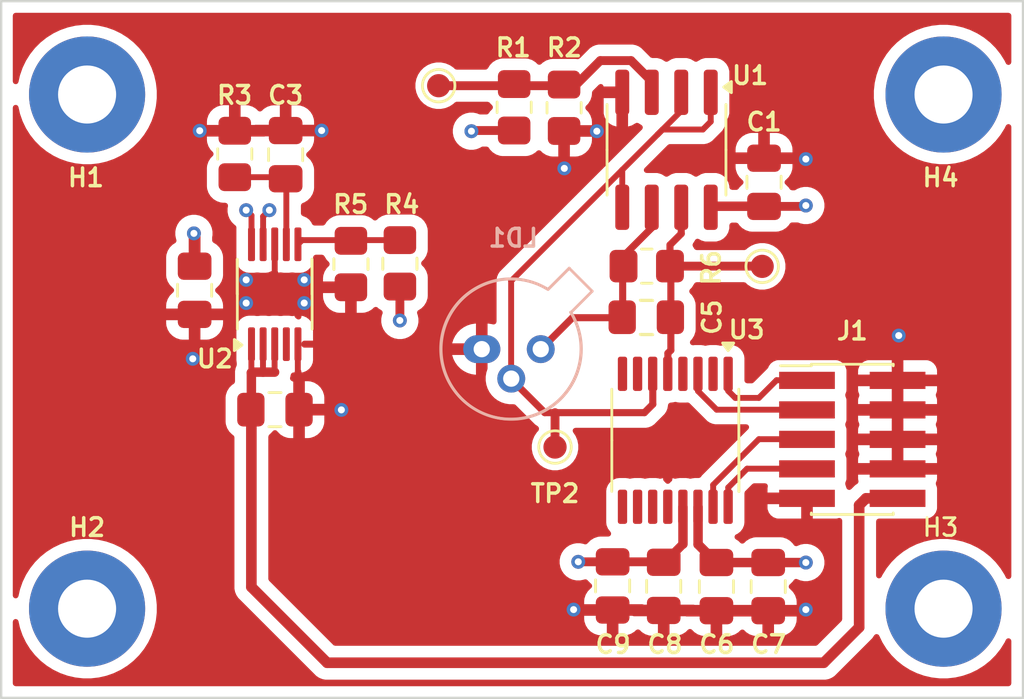
<source format=kicad_pcb>
(kicad_pcb (version 20241229) (generator "pcbnew") (generator_version "9.0")
  (layers (0 "F.Cu" signal) (4 "In1.Cu" signal) (6 "In2.Cu" signal) (2 "B.Cu" signal) (13 "F.Paste" user) (15 "B.Paste" user) (5 "F.SilkS" user "F.Silkscreen") (7 "B.SilkS" user "B.Silkscreen") (1 "F.Mask" user) (3 "B.Mask" user) (25 "Edge.Cuts" user))
  (net 0 "")
  (net 1 "3.3V")
  (net 2 "GND")
  (net 3 "VIN")
  (net 4 "Net-(U1B--)")
  (net 5 "MOSI")
  (net 6 "SCKL")
  (net 7 "MISO")
  (net 8 "CS")
  (net 9 "1.65V")
  (net 10 "Net-(U1A-+)")
  (net 11 "Net-(U2-SET)")
  (net 12 "Net-(U3-AIN1+)")
  (net 13 "Net-(U2-PGFB)")
  (footprint "MountingHole:MountingHole_2.5mm_Pad" (layer "F.Cu") (at 60.53 24.02)
    (property "Reference" "H4" (at -0.13 3.58 0) (layer "F.SilkS") (effects (font (size 0.762 0.762))))
    (property "Value" "MountingHole")
    (pad "1" thru_hole circle (at 0 0) (size 5 5) (drill 2.5) (layers "*.Cu" "*.Mask"))
  )
  (footprint "Resistor_SMD:R_0805_2012Metric_Pad1.20x1.40mm_HandSolder" (layer "F.Cu") (at 37.12 31.29 -90)
    (property "Reference" "R4" (at -2.54 -0.08 180) (layer "F.SilkS") (effects (font (size 0.762 0.762))))
    (property "Value" "453K")
    (fp_line (start -0.227064 0.735) (end 0.227064 0.735) (stroke (width 0.12)) (layer "F.SilkS"))
    (fp_line (start -0.227064 -0.735) (end 0.227064 -0.735) (stroke (width 0.12)) (layer "F.SilkS"))
    (pad "1" smd roundrect (at -1 0 270) (size 1.2 1.4) (layers "F.Cu" "F.Mask" "F.Paste") (roundrect_rratio 0.208333) (net 13 "Net-(U2-PGFB)"))
    (pad "2" smd roundrect (at 1 0 270) (size 1.2 1.4) (layers "F.Cu" "F.Mask" "F.Paste") (roundrect_rratio 0.208333) (net 1 "3.3V"))
  )
  (footprint "MountingHole:MountingHole_2.5mm_Pad" (layer "F.Cu") (at 23.65 24.02)
    (property "Reference" "H1" (at -0.05 3.58 0) (layer "F.SilkS") (effects (font (size 0.762 0.762))))
    (property "Value" "MountingHole")
    (pad "1" thru_hole circle (at 0 0) (size 5 5) (drill 2.5) (layers "*.Cu" "*.Mask"))
  )
  (footprint "Resistor_SMD:R_0805_2012Metric_Pad1.20x1.40mm_HandSolder" (layer "F.Cu") (at 35.01 31.32 90)
    (property "Reference" "R5" (at 2.57 -0.01 180) (layer "F.SilkS") (effects (font (size 0.762 0.762))))
    (property "Value" "49.9K")
    (fp_line (start -0.227064 -0.735) (end 0.227064 -0.735) (stroke (width 0.12)) (layer "F.SilkS"))
    (fp_line (start -0.227064 0.735) (end 0.227064 0.735) (stroke (width 0.12)) (layer "F.SilkS"))
    (pad "1" smd roundrect (at -1 0 90) (size 1.2 1.4) (layers "F.Cu" "F.Mask" "F.Paste") (roundrect_rratio 0.208333) (net 2 "GND"))
    (pad "2" smd roundrect (at 1 0 90) (size 1.2 1.4) (layers "F.Cu" "F.Mask" "F.Paste") (roundrect_rratio 0.208333) (net 13 "Net-(U2-PGFB)"))
  )
  (footprint "MountingHole:MountingHole_2.5mm_Pad" (layer "F.Cu") (at 23.65 46.16)
    (property "Reference" "H2" (at 0 -3.5 0) (layer "F.SilkS") (effects (font (size 0.762 0.762))))
    (property "Value" "MountingHole")
    (pad "1" thru_hole circle (at 0 0) (size 5 5) (drill 2.5) (layers "*.Cu" "*.Mask"))
  )
  (footprint "Capacitor_SMD:C_0805_2012Metric_Pad1.18x1.45mm_HandSolder" (layer "F.Cu") (at 52.8 27.8 90)
    (property "Reference" "C1" (at 2.6 0 0) (layer "F.SilkS") (effects (font (size 0.762 0.762))))
    (property "Value" "0.1uF")
    (fp_line (start -0.261252 -0.735) (end 0.261252 -0.735) (stroke (width 0.12)) (layer "F.SilkS"))
    (fp_line (start -0.261252 0.735) (end 0.261252 0.735) (stroke (width 0.12)) (layer "F.SilkS"))
    (pad "1" smd roundrect (at -1.0375 0 90) (size 1.175 1.45) (layers "F.Cu" "F.Mask" "F.Paste") (roundrect_rratio 0.212766) (net 1 "3.3V"))
    (pad "2" smd roundrect (at 1.0375 0 90) (size 1.175 1.45) (layers "F.Cu" "F.Mask" "F.Paste") (roundrect_rratio 0.212766) (net 2 "GND"))
  )
  (footprint "Package_SO:SOIC-8_3.9x4.9mm_P1.27mm" (layer "F.Cu") (at 48.6 26.4 -90)
    (property "Reference" "U1" (at -3.2 -3.6 0) (layer "F.SilkS") (effects (font (size 0.762 0.762))))
    (property "Value" "AD8656")
    (fp_line (start 0 2.56) (end -1.95 2.56) (stroke (width 0.12)) (layer "F.SilkS"))
    (fp_line (start 0 2.56) (end 1.95 2.56) (stroke (width 0.12)) (layer "F.SilkS"))
    (fp_line (start 0 -2.56) (end -1.95 -2.56) (stroke (width 0.12)) (layer "F.SilkS"))
    (fp_line (start 0 -2.56) (end 1.95 -2.56) (stroke (width 0.12)) (layer "F.SilkS"))
    (fp_poly (pts (xy -2.7 -2.465) (xy -2.94 -2.795) (xy -2.46 -2.795) (xy -2.7 -2.465)) (stroke (width 0.12)) (fill yes) (layer "F.SilkS"))
    (pad "1" smd roundrect (at -2.475 -1.905 270) (size 1.95 0.6) (layers "F.Cu" "F.Mask" "F.Paste") (net 9 "1.65V"))
    (pad "2" smd roundrect (at -2.475 -0.635 270) (size 1.95 0.6) (layers "F.Cu" "F.Mask" "F.Paste") (net 9 "1.65V"))
    (pad "3" smd roundrect (at -2.475 0.635 270) (size 1.95 0.6) (layers "F.Cu" "F.Mask" "F.Paste") (net 10 "Net-(U1A-+)"))
    (pad "4" smd roundrect (at -2.475 1.905 270) (size 1.95 0.6) (layers "F.Cu" "F.Mask" "F.Paste") (net 2 "GND"))
    (pad "5" smd roundrect (at 2.475 1.905 270) (size 1.95 0.6) (layers "F.Cu" "F.Mask" "F.Paste") (net 9 "1.65V"))
    (pad "6" smd roundrect (at 2.475 0.635 270) (size 1.95 0.6) (layers "F.Cu" "F.Mask" "F.Paste") (net 4 "Net-(U1B--)"))
    (pad "7" smd roundrect (at 2.475 -0.635 270) (size 1.95 0.6) (layers "F.Cu" "F.Mask" "F.Paste") (net 12 "Net-(U3-AIN1+)"))
    (pad "8" smd roundrect (at 2.475 -1.905 270) (size 1.95 0.6) (layers "F.Cu" "F.Mask" "F.Paste") (net 1 "3.3V"))
  )
  (footprint "Resistor_SMD:R_0805_2012Metric_Pad1.20x1.40mm_HandSolder" (layer "F.Cu") (at 30.01 26.58 -90)
    (property "Reference" "R3" (at -2.53 0.01 0) (layer "F.SilkS") (effects (font (size 0.762 0.762))))
    (property "Value" "33.2K")
    (fp_line (start -0.227064 0.735) (end 0.227064 0.735) (stroke (width 0.12)) (layer "F.SilkS"))
    (fp_line (start -0.227064 -0.735) (end 0.227064 -0.735) (stroke (width 0.12)) (layer "F.SilkS"))
    (pad "1" smd roundrect (at -1 0 270) (size 1.2 1.4) (layers "F.Cu" "F.Mask" "F.Paste") (roundrect_rratio 0.208333) (net 2 "GND"))
    (pad "2" smd roundrect (at 1 0 270) (size 1.2 1.4) (layers "F.Cu" "F.Mask" "F.Paste") (roundrect_rratio 0.208333) (net 11 "Net-(U2-SET)"))
  )
  (footprint "Package_SO:TSSOP-16_4.4x5mm_P0.65mm" (layer "F.Cu") (at 48.98 38.91 -90)
    (property "Reference" "U3" (at -4.76 -3.07 0) (layer "F.SilkS") (effects (font (size 0.762 0.762))))
    (property "Value" "AD7793")
    (fp_line (start 0 2.735) (end -2.2 2.735) (stroke (width 0.12)) (layer "F.SilkS"))
    (fp_line (start 0 2.735) (end 2.2 2.735) (stroke (width 0.12)) (layer "F.SilkS"))
    (fp_line (start 0 -2.735) (end -2.2 -2.735) (stroke (width 0.12)) (layer "F.SilkS"))
    (fp_line (start 0 -2.735) (end 2.2 -2.735) (stroke (width 0.12)) (layer "F.SilkS"))
    (fp_poly (pts (xy -3.86 -2.275) (xy -4.19 -2.515) (xy -4.19 -2.035) (xy -3.86 -2.275)) (stroke (width 0.12)) (fill yes) (layer "F.SilkS"))
    (pad "1" smd roundrect (at -2.8625 -2.275 270) (size 1.475 0.4) (layers "F.Cu" "F.Mask" "F.Paste") (net 6 "SCKL"))
    (pad "2" smd roundrect (at -2.8625 -1.625 270) (size 1.475 0.4) (layers "F.Cu" "F.Mask" "F.Paste"))
    (pad "3" smd roundrect (at -2.8625 -0.975 270) (size 1.475 0.4) (layers "F.Cu" "F.Mask" "F.Paste") (net 8 "CS"))
    (pad "4" smd roundrect (at -2.8625 -0.325 270) (size 1.475 0.4) (layers "F.Cu" "F.Mask" "F.Paste"))
    (pad "5" smd roundrect (at -2.8625 0.325 270) (size 1.475 0.4) (layers "F.Cu" "F.Mask" "F.Paste") (net 12 "Net-(U3-AIN1+)"))
    (pad "6" smd roundrect (at -2.8625 0.975 270) (size 1.475 0.4) (layers "F.Cu" "F.Mask" "F.Paste") (net 9 "1.65V"))
    (pad "7" smd roundrect (at -2.8625 1.625 270) (size 1.475 0.4) (layers "F.Cu" "F.Mask" "F.Paste"))
    (pad "8" smd roundrect (at -2.8625 2.275 270) (size 1.475 0.4) (layers "F.Cu" "F.Mask" "F.Paste"))
    (pad "9" smd roundrect (at 2.8625 2.275 270) (size 1.475 0.4) (layers "F.Cu" "F.Mask" "F.Paste"))
    (pad "10" smd roundrect (at 2.8625 1.625 270) (size 1.475 0.4) (layers "F.Cu" "F.Mask" "F.Paste"))
    (pad "11" smd roundrect (at 2.8625 0.975 270) (size 1.475 0.4) (layers "F.Cu" "F.Mask" "F.Paste"))
    (pad "12" smd roundrect (at 2.8625 0.325 270) (size 1.475 0.4) (layers "F.Cu" "F.Mask" "F.Paste") (net 2 "GND"))
    (pad "13" smd roundrect (at 2.8625 -0.325 270) (size 1.475 0.4) (layers "F.Cu" "F.Mask" "F.Paste") (net 1 "3.3V"))
    (pad "14" smd roundrect (at 2.8625 -0.975 270) (size 1.475 0.4) (layers "F.Cu" "F.Mask" "F.Paste") (net 1 "3.3V"))
    (pad "15" smd roundrect (at 2.8625 -1.625 270) (size 1.475 0.4) (layers "F.Cu" "F.Mask" "F.Paste") (net 7 "MISO"))
    (pad "16" smd roundrect (at 2.8625 -2.275 270) (size 1.475 0.4) (layers "F.Cu" "F.Mask" "F.Paste") (net 5 "MOSI"))
  )
  (footprint "TestPoint:TestPoint_Pad_D1.0mm" (layer "F.Cu") (at 38.78981 23.64037)
    (property "Reference" "TP1" (hide yes))
    (property "Value" "TestPoint")
    (fp_circle (center 0 0) (end 0 0.7) (stroke (width 0.12)) (fill no) (layer "F.SilkS"))
    (pad "1" smd circle (at 0 0) (size 1 1) (layers "F.Cu" "F.Mask") (net 10 "Net-(U1A-+)"))
  )
  (footprint "Capacitor_SMD:C_0805_2012Metric_Pad1.18x1.45mm_HandSolder" (layer "F.Cu") (at 31.74 37.59)
    (property "Reference" "C2" (hide yes))
    (property "Value" "4.7uF")
    (fp_line (start -0.261252 -0.735) (end 0.261252 -0.735) (stroke (width 0.12)) (layer "F.SilkS"))
    (fp_line (start -0.261252 0.735) (end 0.261252 0.735) (stroke (width 0.12)) (layer "F.SilkS"))
    (pad "1" smd roundrect (at -1.0375 0) (size 1.175 1.45) (layers "F.Cu" "F.Mask" "F.Paste") (roundrect_rratio 0.212766) (net 3 "VIN"))
    (pad "2" smd roundrect (at 1.0375 0) (size 1.175 1.45) (layers "F.Cu" "F.Mask" "F.Paste") (roundrect_rratio 0.212766) (net 2 "GND"))
  )
  (footprint "Resistor_SMD:R_0805_2012Metric_Pad1.20x1.40mm_HandSolder" (layer "F.Cu") (at 42.04 24.57 90)
    (property "Reference" "R1" (at 2.57 -0.04 0) (layer "F.SilkS") (effects (font (size 0.762 0.762))))
    (property "Value" "100K")
    (fp_line (start -0.227064 -0.735) (end 0.227064 -0.735) (stroke (width 0.12)) (layer "F.SilkS"))
    (fp_line (start -0.227064 0.735) (end 0.227064 0.735) (stroke (width 0.12)) (layer "F.SilkS"))
    (pad "1" smd roundrect (at -1 0 90) (size 1.2 1.4) (layers "F.Cu" "F.Mask" "F.Paste") (roundrect_rratio 0.208333) (net 1 "3.3V"))
    (pad "2" smd roundrect (at 1 0 90) (size 1.2 1.4) (layers "F.Cu" "F.Mask" "F.Paste") (roundrect_rratio 0.208333) (net 10 "Net-(U1A-+)"))
  )
  (footprint "Capacitor_SMD:C_0805_2012Metric_Pad1.18x1.45mm_HandSolder" (layer "F.Cu") (at 47.73 33.61)
    (property "Reference" "C5" (at 2.83 0 90) (layer "F.SilkS") (effects (font (size 0.762 0.762))))
    (property "Value" "0.1pF")
    (fp_line (start -0.261252 -0.735) (end 0.261252 -0.735) (stroke (width 0.12)) (layer "F.SilkS"))
    (fp_line (start -0.261252 0.735) (end 0.261252 0.735) (stroke (width 0.12)) (layer "F.SilkS"))
    (pad "1" smd roundrect (at -1.0375 0) (size 1.175 1.45) (layers "F.Cu" "F.Mask" "F.Paste") (roundrect_rratio 0.212766) (net 4 "Net-(U1B--)"))
    (pad "2" smd roundrect (at 1.0375 0) (size 1.175 1.45) (layers "F.Cu" "F.Mask" "F.Paste") (roundrect_rratio 0.212766) (net 12 "Net-(U3-AIN1+)"))
  )
  (footprint "Capacitor_SMD:C_0805_2012Metric_Pad1.18x1.45mm_HandSolder" (layer "F.Cu") (at 28.28 32.45 -90)
    (property "Reference" "C4" (hide yes))
    (property "Value" "4.7uF")
    (fp_line (start -0.261252 0.735) (end 0.261252 0.735) (stroke (width 0.12)) (layer "F.SilkS"))
    (fp_line (start -0.261252 -0.735) (end 0.261252 -0.735) (stroke (width 0.12)) (layer "F.SilkS"))
    (pad "1" smd roundrect (at -1.0375 0 270) (size 1.175 1.45) (layers "F.Cu" "F.Mask" "F.Paste") (roundrect_rratio 0.212766) (net 1 "3.3V"))
    (pad "2" smd roundrect (at 1.0375 0 270) (size 1.175 1.45) (layers "F.Cu" "F.Mask" "F.Paste") (roundrect_rratio 0.212766) (net 2 "GND"))
  )
  (footprint "Package_SO:MSOP-10-1EP_3x3mm_P0.5mm_EP1.68x1.88mm" (layer "F.Cu") (at 31.73 32.62 90)
    (property "Reference" "U2" (at -2.78 -2.58 180) (layer "F.SilkS") (effects (font (size 0.762 0.762))))
    (property "Value" "LT3042xMSE")
    (fp_line (start 0 -1.61) (end 1.5 -1.61) (stroke (width 0.12)) (layer "F.SilkS"))
    (fp_line (start 0 -1.61) (end -1.5 -1.61) (stroke (width 0.12)) (layer "F.SilkS"))
    (fp_line (start 0 1.61) (end 1.5 1.61) (stroke (width 0.12)) (layer "F.SilkS"))
    (fp_line (start 0 1.61) (end -1.5 1.61) (stroke (width 0.12)) (layer "F.SilkS"))
    (fp_poly (pts (xy -2.1875 -1.41) (xy -2.4275 -1.74) (xy -1.9475 -1.74) (xy -2.1875 -1.41)) (stroke (width 0.12)) (fill yes) (layer "F.SilkS"))
    (pad "1" smd roundrect (at -2.15 -1 90) (size 1.45 0.3) (layers "F.Cu" "F.Mask" "F.Paste") (net 3 "VIN"))
    (pad "2" smd roundrect (at -2.15 -0.5 90) (size 1.45 0.3) (layers "F.Cu" "F.Mask" "F.Paste") (net 3 "VIN"))
    (pad "3" smd roundrect (at -2.15 0 90) (size 1.45 0.3) (layers "F.Cu" "F.Mask" "F.Paste") (net 3 "VIN"))
    (pad "4" smd roundrect (at -2.15 0.5 90) (size 1.45 0.3) (layers "F.Cu" "F.Mask" "F.Paste"))
    (pad "5" smd roundrect (at -2.15 1 90) (size 1.45 0.3) (layers "F.Cu" "F.Mask" "F.Paste") (net 2 "GND"))
    (pad "6" smd roundrect (at 2.15 1 90) (size 1.45 0.3) (layers "F.Cu" "F.Mask" "F.Paste") (net 13 "Net-(U2-PGFB)"))
    (pad "7" smd roundrect (at 2.15 0.5 90) (size 1.45 0.3) (layers "F.Cu" "F.Mask" "F.Paste") (net 11 "Net-(U2-SET)"))
    (pad "8" smd roundrect (at 2.15 0 90) (size 1.45 0.3) (layers "F.Cu" "F.Mask" "F.Paste") (net 2 "GND"))
    (pad "9" smd roundrect (at 2.15 -0.5 90) (size 1.45 0.3) (layers "F.Cu" "F.Mask" "F.Paste") (net 1 "3.3V"))
    (pad "10" smd roundrect (at 2.15 -1 90) (size 1.45 0.3) (layers "F.Cu" "F.Mask" "F.Paste") (net 1 "3.3V"))
    (pad "11" smd rect (at 0 0 90) (size 1.68 1.88) (property pad_prop_heatsink) (layers "F.Cu" "F.Mask") (net 2 "GND"))
  )
  (footprint "Resistor_SMD:R_0805_2012Metric_Pad1.20x1.40mm_HandSolder" (layer "F.Cu") (at 47.75 31.41)
    (property "Reference" "R6" (at 2.78 0.07 90) (layer "F.SilkS") (effects (font (size 0.762 0.762))))
    (property "Value" "100M")
    (fp_line (start -0.227064 -0.735) (end 0.227064 -0.735) (stroke (width 0.12)) (layer "F.SilkS"))
    (fp_line (start -0.227064 0.735) (end 0.227064 0.735) (stroke (width 0.12)) (layer "F.SilkS"))
    (pad "1" smd roundrect (at -1 0) (size 1.2 1.4) (layers "F.Cu" "F.Mask" "F.Paste") (roundrect_rratio 0.208333) (net 4 "Net-(U1B--)"))
    (pad "2" smd roundrect (at 1 0) (size 1.2 1.4) (layers "F.Cu" "F.Mask" "F.Paste") (roundrect_rratio 0.208333) (net 12 "Net-(U3-AIN1+)"))
  )
  (footprint "Capacitor_SMD:C_0805_2012Metric_Pad1.18x1.45mm_HandSolder" (layer "F.Cu") (at 48.48 45.2 -90)
    (property "Reference" "C8" (at 2.5 -0.053333 0) (layer "F.SilkS") (effects (font (size 0.762 0.762))))
    (property "Value" "10uF")
    (fp_line (start -0.261252 0.735) (end 0.261252 0.735) (stroke (width 0.12)) (layer "F.SilkS"))
    (fp_line (start -0.261252 -0.735) (end 0.261252 -0.735) (stroke (width 0.12)) (layer "F.SilkS"))
    (pad "1" smd roundrect (at -1.0375 0 270) (size 1.175 1.45) (layers "F.Cu" "F.Mask" "F.Paste") (roundrect_rratio 0.212766) (net 1 "3.3V"))
    (pad "2" smd roundrect (at 1.0375 0 270) (size 1.175 1.45) (layers "F.Cu" "F.Mask" "F.Paste") (roundrect_rratio 0.212766) (net 2 "GND"))
  )
  (footprint "Capacitor_SMD:C_0805_2012Metric_Pad1.18x1.45mm_HandSolder" (layer "F.Cu") (at 46.28 45.18 -90)
    (property "Reference" "C9" (at 2.52 -0.02 0) (layer "F.SilkS") (effects (font (size 0.762 0.762))))
    (property "Value" "0.1uF")
    (fp_line (start -0.261252 0.735) (end 0.261252 0.735) (stroke (width 0.12)) (layer "F.SilkS"))
    (fp_line (start -0.261252 -0.735) (end 0.261252 -0.735) (stroke (width 0.12)) (layer "F.SilkS"))
    (pad "1" smd roundrect (at -1.0375 0 270) (size 1.175 1.45) (layers "F.Cu" "F.Mask" "F.Paste") (roundrect_rratio 0.212766) (net 1 "3.3V"))
    (pad "2" smd roundrect (at 1.0375 0 270) (size 1.175 1.45) (layers "F.Cu" "F.Mask" "F.Paste") (roundrect_rratio 0.212766) (net 2 "GND"))
  )
  (footprint "Capacitor_SMD:C_0805_2012Metric_Pad1.18x1.45mm_HandSolder" (layer "F.Cu") (at 32.2 26.61 90)
    (property "Reference" "C3" (at 2.56 0 0) (layer "F.SilkS") (effects (font (size 0.762 0.762))))
    (property "Value" "0.47uF")
    (fp_line (start -0.261252 -0.735) (end 0.261252 -0.735) (stroke (width 0.12)) (layer "F.SilkS"))
    (fp_line (start -0.261252 0.735) (end 0.261252 0.735) (stroke (width 0.12)) (layer "F.SilkS"))
    (pad "1" smd roundrect (at -1.0375 0 90) (size 1.175 1.45) (layers "F.Cu" "F.Mask" "F.Paste") (roundrect_rratio 0.212766) (net 11 "Net-(U2-SET)"))
    (pad "2" smd roundrect (at 1.0375 0 90) (size 1.175 1.45) (layers "F.Cu" "F.Mask" "F.Paste") (roundrect_rratio 0.212766) (net 2 "GND"))
  )
  (footprint "MountingHole:MountingHole_2.5mm_Pad" (layer "F.Cu") (at 60.53 46.16)
    (property "Reference" "H3" (at -0.13 -3.5 0) (layer "F.SilkS") (effects (font (size 0.762 0.762) (thickness 0.125))))
    (property "Value" "MountingHole")
    (pad "1" thru_hole circle (at 0 0) (size 5 5) (drill 2.5) (layers "*.Cu" "*.Mask"))
  )
  (footprint "TestPoint:TestPoint_Pad_D1.0mm" (layer "F.Cu") (at 43.8 39.2)
    (property "Reference" "TP2" (at 0 2 0) (layer "F.SilkS") (effects (font (size 0.762 0.762))))
    (property "Value" "TestPoint")
    (fp_circle (center 0 0) (end 0 0.7) (stroke (width 0.12)) (fill no) (layer "F.SilkS"))
    (pad "1" smd circle (at 0 0) (size 1 1) (layers "F.Cu" "F.Mask") (net 9 "1.65V"))
  )
  (footprint "Connector_PinHeader_1.27mm:PinHeader_2x05_P1.27mm_Vertical_SMD" (layer "F.Cu") (at 56.6 38.87)
    (property "Reference" "J1" (at 0 -4.67 0) (layer "F.SilkS") (effects (font (size 0.762 0.762))))
    (property "Value" "Conn_02x05_Odd_Even")
    (fp_line (start -3.09 -3.17) (end -1.765 -3.17) (stroke (width 0.12)) (layer "F.SilkS"))
    (fp_line (start -1.765 -3.235) (end -1.765 -3.17) (stroke (width 0.12)) (layer "F.SilkS"))
    (fp_line (start -1.765 -3.235) (end 1.765 -3.235) (stroke (width 0.12)) (layer "F.SilkS"))
    (fp_line (start -1.765 3.17) (end -1.765 3.235) (stroke (width 0.12)) (layer "F.SilkS"))
    (fp_line (start -1.765 3.235) (end 1.765 3.235) (stroke (width 0.12)) (layer "F.SilkS"))
    (fp_line (start 1.765 -3.235) (end 1.765 -3.17) (stroke (width 0.12)) (layer "F.SilkS"))
    (fp_line (start 1.765 3.17) (end 1.765 3.235) (stroke (width 0.12)) (layer "F.SilkS"))
    (pad "1" smd rect (at -1.95 -2.54) (size 2.4 0.74) (layers "F.Cu" "F.Mask" "F.Paste") (net 6 "SCKL"))
    (pad "2" smd rect (at 1.95 -2.54) (size 2.4 0.74) (layers "F.Cu" "F.Mask" "F.Paste") (net 2 "GND"))
    (pad "3" smd rect (at -1.95 -1.27) (size 2.4 0.74) (layers "F.Cu" "F.Mask" "F.Paste") (net 8 "CS"))
    (pad "4" smd rect (at 1.95 -1.27) (size 2.4 0.74) (layers "F.Cu" "F.Mask" "F.Paste") (net 2 "GND"))
    (pad "5" smd rect (at -1.95 0) (size 2.4 0.74) (layers "F.Cu" "F.Mask" "F.Paste") (net 7 "MISO"))
    (pad "6" smd rect (at 1.95 0) (size 2.4 0.74) (layers "F.Cu" "F.Mask" "F.Paste") (net 2 "GND"))
    (pad "7" smd rect (at -1.95 1.27) (size 2.4 0.74) (layers "F.Cu" "F.Mask" "F.Paste") (net 5 "MOSI"))
    (pad "8" smd rect (at 1.95 1.27) (size 2.4 0.74) (layers "F.Cu" "F.Mask" "F.Paste") (net 2 "GND"))
    (pad "9" smd rect (at -1.95 2.54) (size 2.4 0.74) (layers "F.Cu" "F.Mask" "F.Paste") (net 2 "GND"))
    (pad "10" smd rect (at 1.95 2.54) (size 2.4 0.74) (layers "F.Cu" "F.Mask" "F.Paste") (net 3 "VIN"))
  )
  (footprint "TestPoint:TestPoint_Pad_D1.0mm" (layer "F.Cu") (at 52.72 31.42)
    (property "Reference" "TP4" (hide yes))
    (property "Value" "TestPoint")
    (fp_circle (center 0 0) (end 0 0.7) (stroke (width 0.12)) (fill no) (layer "F.SilkS"))
    (pad "1" smd circle (at 0 0) (size 1 1) (layers "F.Cu" "F.Mask") (net 12 "Net-(U3-AIN1+)"))
  )
  (footprint "Capacitor_SMD:C_0805_2012Metric_Pad1.18x1.45mm_HandSolder" (layer "F.Cu") (at 50.75 45.21 -90)
    (property "Reference" "C6" (at 2.49 -0.016667 0) (layer "F.SilkS") (effects (font (size 0.762 0.762))))
    (property "Value" "10uF")
    (fp_line (start -0.261252 0.735) (end 0.261252 0.735) (stroke (width 0.12)) (layer "F.SilkS"))
    (fp_line (start -0.261252 -0.735) (end 0.261252 -0.735) (stroke (width 0.12)) (layer "F.SilkS"))
    (pad "1" smd roundrect (at -1.0375 0 270) (size 1.175 1.45) (layers "F.Cu" "F.Mask" "F.Paste") (roundrect_rratio 0.212766) (net 1 "3.3V"))
    (pad "2" smd roundrect (at 1.0375 0 270) (size 1.175 1.45) (layers "F.Cu" "F.Mask" "F.Paste") (roundrect_rratio 0.212766) (net 2 "GND"))
  )
  (footprint "Capacitor_SMD:C_0805_2012Metric_Pad1.18x1.45mm_HandSolder" (layer "F.Cu") (at 52.98 45.21 -90)
    (property "Reference" "C7" (at 2.49 -0.02 0) (layer "F.SilkS") (effects (font (size 0.762 0.762))))
    (property "Value" "0.1uF")
    (fp_line (start -0.261252 0.735) (end 0.261252 0.735) (stroke (width 0.12)) (layer "F.SilkS"))
    (fp_line (start -0.261252 -0.735) (end 0.261252 -0.735) (stroke (width 0.12)) (layer "F.SilkS"))
    (pad "1" smd roundrect (at -1.0375 0 270) (size 1.175 1.45) (layers "F.Cu" "F.Mask" "F.Paste") (roundrect_rratio 0.212766) (net 1 "3.3V"))
    (pad "2" smd roundrect (at 1.0375 0 270) (size 1.175 1.45) (layers "F.Cu" "F.Mask" "F.Paste") (roundrect_rratio 0.212766) (net 2 "GND"))
  )
  (footprint "Resistor_SMD:R_0805_2012Metric_Pad1.20x1.40mm_HandSolder" (layer "F.Cu") (at 44.19 24.59 -90)
    (property "Reference" "R2" (at -2.59 -0.01 180) (layer "F.SilkS") (effects (font (size 0.762 0.762))))
    (property "Value" "100K")
    (fp_line (start -0.227064 0.735) (end 0.227064 0.735) (stroke (width 0.12)) (layer "F.SilkS"))
    (fp_line (start -0.227064 -0.735) (end 0.227064 -0.735) (stroke (width 0.12)) (layer "F.SilkS"))
    (pad "1" smd roundrect (at -1 0 270) (size 1.2 1.4) (layers "F.Cu" "F.Mask" "F.Paste") (roundrect_rratio 0.208333) (net 10 "Net-(U1A-+)"))
    (pad "2" smd roundrect (at 1 0 270) (size 1.2 1.4) (layers "F.Cu" "F.Mask" "F.Paste") (roundrect_rratio 0.208333) (net 2 "GND"))
  )
  (footprint "Laser-Diode:TO-46-3-Mirror" (layer "B.Cu") (at 43.185276 34.984724 180)
    (property "Reference" "LD1" (at 1.185276 4.784724 0) (layer "B.SilkS") (effects (font (size 0.762 0.762)) (justify mirror)))
    (property "Value" "D_Laser_Photo_MType")
    (fp_line (start -1.224499 3.484448) (end -0.312331 2.572281) (stroke (width 0.12)) (layer "B.SilkS"))
    (fp_line (start -1.302281 1.582331) (end -2.214448 2.494499) (stroke (width 0.12)) (layer "B.SilkS"))
    (fp_line (start -2.214448 2.494499) (end -1.224499 3.484448) (stroke (width 0.12)) (layer "B.SilkS"))
    (fp_arc (start -1.302281 1.582331) (mid 3.405463 -2.135463) (end -0.312331 2.572281) (stroke (width 0.12)) (layer "B.SilkS"))
    (pad "1" thru_hole oval (at 2.54 0 180) (size 1.6 1.2) (drill 0.7) (layers "*.Cu" "*.Mask") (net 2 "GND"))
    (pad "2" thru_hole circle (at 0 0 180) (size 1.2 1.2) (drill 0.7) (layers "*.Cu" "*.Mask") (net 4 "Net-(U1B--)"))
    (pad "3" thru_hole circle (at 1.27 -1.27 180) (size 1.2 1.2) (drill 0.7) (layers "*.Cu" "*.Mask") (net 9 "1.65V"))
  )
  (gr_line (start 47.48875 34.365) (end 48.01125 34.365) (stroke (width 0.12)) (layer "F.SilkS"))
  (gr_line (start 33.33445 32.60974) (end 33.33445 31.10974) (stroke (width 0.12)) (layer "F.SilkS"))
  (gr_line (start 34.27875 31.10267) (end 34.27875 31.5568) (stroke (width 0.12)) (layer "F.SilkS"))
  (gr_line (start 47.48875 32.895) (end 48.01125 32.895) (stroke (width 0.12)) (layer "F.SilkS"))
  (gr_line (start 36.38275 31.5523) (end 36.38275 31.09817) (stroke (width 0.12)) (layer "F.SilkS"))
  (gr_line (start 37.85275 31.5523) (end 37.85275 31.09817) (stroke (width 0.12)) (layer "F.SilkS"))
  (gr_line (start 35.74875 31.10267) (end 35.74875 31.5568) (stroke (width 0.12)) (layer "F.SilkS"))
  (gr_line (start 30.11445 32.60974) (end 30.11445 31.10974) (stroke (width 0.12)) (layer "F.SilkS"))
  (gr_line (start 51.71945 38.91629) (end 51.71945 41.11629) (stroke (width 0.12)) (layer "F.SilkS"))
  (gr_arc (start 44.46915 33.39326) (mid 39.761626 37.111348) (end 43.47933 32.403521) (stroke (width 0.12)) (layer "B.SilkS"))
  (gr_line (start 44.41634 31.49747) (end 43.50417 32.40963) (stroke (width 0.12)) (layer "B.SilkS"))
  (gr_line (start 63.95 50) (end 19.95 50) (stroke (width 0.1)) (layer "Edge.Cuts"))
  (gr_line (start 63.95 20) (end 63.95 50) (stroke (width 0.1)) (layer "Edge.Cuts"))
  (gr_line (start 19.95 20) (end 63.95 20) (stroke (width 0.1)) (layer "Edge.Cuts"))
  (gr_line (start 19.95 50) (end 19.95 20) (stroke (width 0.1)) (layer "Edge.Cuts"))
  (segment (start 52.78 28.83149) (end 50.59851 28.83149) (width 0.4064) (layer "F.Cu") (net 1))
  (segment (start 54.5625 28.8375) (end 54.6 28.8) (width 0.381) (layer "F.Cu") (net 1))
  (segment (start 31.23 30.47) (end 31.23 29.27) (width 0.254) (layer "F.Cu") (net 1))
  (segment (start 37.1348 33.76705) (end 37.11775 33.75) (width 0.381) (layer "F.Cu") (net 1))
  (segment (start 31.23 29.27) (end 31.5 29) (width 0.254) (layer "F.Cu") (net 1))
  (segment (start 40.23 25.57) (end 40.2 25.6) (width 0.381) (layer "F.Cu") (net 1))
  (segment (start 37.12 32.29) (end 37.12 33.74775) (width 0.381) (layer "F.Cu") (net 1))
  (segment (start 37.12 33.74775) (end 37.11775 33.75) (width 0.381) (layer "F.Cu") (net 1))
  (segment (start 42.04 25.57) (end 40.23 25.57) (width 0.381) (layer "F.Cu") (net 1))
  (segment (start 48.46 44.1425) (end 48.48 44.1625) (width 0.381) (layer "F.Cu") (net 1))
  (segment (start 49.30945 41.77879) (end 49.30945 43.37905) (width 0.4064) (layer "F.Cu") (net 1))
  (segment (start 28.28 31.4125) (end 28.28 30.03) (width 0.508) (layer "F.Cu") (net 1))
  (segment (start 49.95945 43.39182) (end 49.95945 41.77879) (width 0.4064) (layer "F.Cu") (net 1))
  (segment (start 54.6 44.1745) (end 50.74213 44.1745) (width 0.4064) (layer "F.Cu") (net 1))
  (segment (start 50.74213 44.1745) (end 49.95945 43.39182) (width 0.4064) (layer "F.Cu") (net 1))
  (segment (start 48.48 44.1625) (end 48.526 44.1625) (width 0.381) (layer "F.Cu") (net 1))
  (segment (start 44.8 44.1425) (end 48.46 44.1425) (width 0.381) (layer "F.Cu") (net 1))
  (segment (start 30.73 30.47) (end 30.73 29.23) (width 0.254) (layer "F.Cu") (net 1))
  (segment (start 48.526 44.1625) (end 49.30945 43.37905) (width 0.381) (layer "F.Cu") (net 1))
  (segment (start 50.59851 28.83149) (end 50.505 28.925) (width 0.4064) (layer "F.Cu") (net 1))
  (segment (start 28.28 30.03) (end 28.25 30) (width 0.508) (layer "F.Cu") (net 1))
  (segment (start 52.8 28.8375) (end 54.5625 28.8375) (width 0.381) (layer "F.Cu") (net 1))
  (segment (start 30.73 29.23) (end 30.5 29) (width 0.254) (layer "F.Cu") (net 1))
  (via (at 30.5 29) (size 0.6) (drill 0.3) (layers "F.Cu" "B.Cu") (net 1))
  (via (at 31.5 29) (size 0.6) (drill 0.3) (layers "F.Cu" "B.Cu") (net 1))
  (via (at 40.2 25.6) (size 0.6) (drill 0.3) (layers "F.Cu" "B.Cu") (net 1))
  (via (at 28.25 30) (size 0.6) (drill 0.3) (layers "F.Cu" "B.Cu") (net 1))
  (via (at 37.11775 33.75) (size 0.6) (drill 0.3) (layers "F.Cu" "B.Cu") (net 1))
  (via (at 44.8 44.1425) (size 0.6) (drill 0.3) (layers "F.Cu" "B.Cu") (net 1))
  (via (at 54.6 28.8) (size 0.6) (drill 0.3) (layers "F.Cu" "B.Cu") (net 1))
  (via (at 54.6 44.1745) (size 0.6) (drill 0.3) (layers "F.Cu" "B.Cu") (net 1))
  (segment (start 32.72445 36.792) (end 32.72445 34.75974) (width 0.254) (layer "F.Cu") (net 2))
  (segment (start 31.73 30.47) (end 31.73 32.62) (width 0.254) (layer "F.Cu") (net 2))
  (segment (start 32.79945 36.867) (end 32.72445 36.792) (width 0.254) (layer "F.Cu") (net 2))
  (segment (start 32.79945 37.592) (end 32.79945 36.867) (width 0.254) (layer "F.Cu") (net 2))
  (via (at 54.6 26.8) (size 0.6) (drill 0.3) (layers "F.Cu" "B.Cu") (net 2))
  (via (at 30.5 32) (size 0.6) (drill 0.3) (layers "F.Cu" "B.Cu") (net 2))
  (via (at 28.2 35.4) (size 0.6) (drill 0.3) (layers "F.Cu" "B.Cu") (net 2))
  (via (at 58.6 34.4) (size 0.6) (drill 0.3) (layers "F.Cu" "B.Cu") (net 2))
  (via (at 54.6 46.2) (size 0.6) (drill 0.3) (layers "F.Cu" "B.Cu") (net 2))
  (via (at 33 32) (size 0.6) (drill 0.3) (layers "F.Cu" "B.Cu") (net 2))
  (via (at 44.6 46.2) (size 0.6) (drill 0.3) (layers "F.Cu" "B.Cu") (net 2))
  (via (at 34.6 37.6) (size 0.6) (drill 0.3) (layers "F.Cu" "B.Cu") (net 2))
  (via (at 44.2 27.2) (size 0.6) (drill 0.3) (layers "F.Cu" "B.Cu") (net 2))
  (via (at 30.5 33) (size 0.6) (drill 0.3) (layers "F.Cu" "B.Cu") (net 2))
  (via (at 28.5 25.58) (size 0.6) (drill 0.3) (layers "F.Cu" "B.Cu") (net 2))
  (via (at 33.75 25.5725) (size 0.6) (drill 0.3) (layers "F.Cu" "B.Cu") (net 2))
  (via (at 33 33) (size 0.6) (drill 0.3) (layers "F.Cu" "B.Cu") (net 2))
  (via (at 45.6 25.6) (size 0.6) (drill 0.3) (layers "F.Cu" "B.Cu") (net 2))
  (segment (start 30.6832 37.29098) (end 30.72445 37.24974) (width 0.4572) (layer "F.Cu") (net 3))
  (segment (start 55.372 48.4886) (end 56.896 46.9646) (width 0.4572) (layer "F.Cu") (net 3))
  (segment (start 30.7489 35.97555) (end 30.72445 36) (width 0.4064) (layer "F.Cu") (net 3))
  (segment (start 30.72445 34.75974) (end 30.72445 36) (width 0.254) (layer "F.Cu") (net 3))
  (segment (start 31.72445 34.75974) (end 31.72445 35.97555) (width 0.254) (layer "F.Cu") (net 3))
  (segment (start 31.72445 35.97555) (end 31.22445 35.97555) (width 0.4064) (layer "F.Cu") (net 3))
  (segment (start 30.72445 37.592) (end 30.72445 45.22785) (width 0.4572) (layer "F.Cu") (net 3))
  (segment (start 30.72445 36) (end 30.72445 37.24974) (width 0.4064) (layer "F.Cu") (net 3))
  (segment (start 56.896 41.704) (end 57.19 41.41) (width 0.4572) (layer "F.Cu") (net 3))
  (segment (start 30.72445 45.22785) (end 33.9852 48.4886) (width 0.4572) (layer "F.Cu") (net 3))
  (segment (start 33.9852 48.4886) (end 55.372 48.4886) (width 0.4572) (layer "F.Cu") (net 3))
  (segment (start 31.22445 34.75974) (end 31.22445 35.97555) (width 0.254) (layer "F.Cu") (net 3))
  (segment (start 57.19 41.41) (end 58.55 41.41) (width 0.4572) (layer "F.Cu") (net 3))
  (segment (start 56.896 46.9646) (end 56.896 41.704) (width 0.4572) (layer "F.Cu") (net 3))
  (segment (start 31.22445 35.97555) (end 30.7489 35.97555) (width 0.4064) (layer "F.Cu") (net 3))
  (segment (start 46.7125 33.63) (end 46.7125 31.4675) (width 0.3048) (layer "F.Cu") (net 4))
  (segment (start 47.965 29.759) (end 46.75 30.974) (width 0.3048) (layer "F.Cu") (net 4))
  (segment (start 46.7125 33.63) (end 44.5512 33.63) (width 0.3048) (layer "F.Cu") (net 4))
  (segment (start 46.7125 31.4675) (end 46.75 31.43) (width 0.3048) (layer "F.Cu") (net 4))
  (segment (start 46.75 30.974) (end 46.75 31.43) (width 0.3048) (layer "F.Cu") (net 4))
  (segment (start 47.965 28.925) (end 47.965 29.759) (width 0.3048) (layer "F.Cu") (net 4))
  (segment (start 44.5512 33.63) (end 43.18 35.0012) (width 0.3048) (layer "F.Cu") (net 4))
  (segment (start 51.25945 41.77879) (end 51.25945 40.94255) (width 0.254) (layer "F.Cu") (net 5))
  (segment (start 52.07 40.132) (end 54.692 40.132) (width 0.254) (layer "F.Cu") (net 5))
  (segment (start 51.25945 40.94255) (end 52.07 40.132) (width 0.254) (layer "F.Cu") (net 5))
  (segment (start 51.308 36.83) (end 51.25945 36.78145) (width 0.254) (layer "F.Cu") (net 6))
  (segment (start 51.25945 36.05379) (end 51.25945 36.78145) (width 0.254) (layer "F.Cu") (net 6))
  (segment (start 53.34 36.322) (end 54.692 36.322) (width 0.254) (layer "F.Cu") (net 6))
  (segment (start 52.578 37.084) (end 53.34 36.322) (width 0.254) (layer "F.Cu") (net 6))
  (segment (start 51.562 37.084) (end 52.578 37.084) (width 0.254) (layer "F.Cu") (net 6))
  (segment (start 51.25945 36.78145) (end 51.562 37.084) (width 0.254) (layer "F.Cu") (net 6))
  (segment (start 50.60945 41.77879) (end 50.60945 40.83055) (width 0.254) (layer "F.Cu") (net 7))
  (segment (start 50.60945 40.83055) (end 52.578 38.862) (width 0.254) (layer "F.Cu") (net 7))
  (segment (start 52.578 38.862) (end 54.692 38.862) (width 0.254) (layer "F.Cu") (net 7))
  (segment (start 49.95945 36.79129) (end 49.95945 36.05379) (width 0.254) (layer "F.Cu") (net 8))
  (segment (start 54.692 37.592) (end 50.76016 37.592) (width 0.254) (layer "F.Cu") (net 8))
  (segment (start 50.76016 37.592) (end 49.95945 36.79129) (width 0.254) (layer "F.Cu") (net 8))
  (segment (start 47.6504 37.719) (end 48.00945 37.35995) (width 0.3048) (layer "F.Cu") (net 9))
  (segment (start 48.432 25.527) (end 48.219 25.74) (width 0.254) (layer "F.Cu") (net 9))
  (segment (start 43.8 39.2) (end 43.8 37.719) (width 0.381) (layer "F.Cu") (net 9))
  (segment (start 46.695 27.264) (end 41.91 32.049) (width 0.254) (layer "F.Cu") (net 9))
  (segment (start 43.8 37.719) (end 47.6504 37.719) (width 0.3048) (layer "F.Cu") (net 9))
  (segment (start 48.00945 36.05379) (end 48.00945 37.35995) (width 0.3048) (layer "F.Cu") (net 9))
  (segment (start 50.165 25.527) (end 48.432 25.527) (width 0.254) (layer "F.Cu") (net 9))
  (segment (start 41.91 36.2712) (end 43.3578 37.719) (width 0.3048) (layer "F.Cu") (net 9))
  (segment (start 41.91 32.049) (end 41.91 36.2712) (width 0.254) (layer "F.Cu") (net 9))
  (segment (start 46.695 27.264) (end 48.219 25.74) (width 0.254) (layer "F.Cu") (net 9))
  (segment (start 46.7425 28.9725) (end 46.695 28.925) (width 0.4064) (layer "F.Cu") (net 9))
  (segment (start 43.3578 37.719) (end 43.8 37.719) (width 0.3048) (layer "F.Cu") (net 9))
  (segment (start 50.505 23.975) (end 50.505 25.187) (width 0.254) (layer "F.Cu") (net 9))
  (segment (start 48.219 25.74) (end 49.235 24.724) (width 0.254) (layer "F.Cu") (net 9))
  (segment (start 46.695 28.925) (end 46.695 27.264) (width 0.254) (layer "F.Cu") (net 9))
  (segment (start 50.505 25.187) (end 50.165 25.527) (width 0.254) (layer "F.Cu") (net 9))
  (segment (start 49.235 24.724) (end 49.235 23.975) (width 0.254) (layer "F.Cu") (net 9))
  (segment (start 38.78981 23.64037) (end 44.66683 23.64037) (width 0.381) (layer "F.Cu") (net 10))
  (segment (start 47.965 23.45146) (end 47.965 23.925) (width 0.381) (layer "F.Cu") (net 10))
  (segment (start 47.07304 22.5595) (end 47.965 23.45146) (width 0.381) (layer "F.Cu") (net 10))
  (segment (start 45.7477 22.5595) (end 47.07304 22.5595) (width 0.381) (layer "F.Cu") (net 10))
  (segment (start 44.66683 23.64037) (end 45.7477 22.5595) (width 0.381) (layer "F.Cu") (net 10))
  (segment (start 32.23 30.47) (end 32.23 27.6775) (width 0.254) (layer "F.Cu") (net 11))
  (segment (start 32.1325 27.58) (end 32.2 27.6475) (width 0.254) (layer "F.Cu") (net 11))
  (segment (start 30.01 27.58) (end 32.1325 27.58) (width 0.254) (layer "F.Cu") (net 11))
  (segment (start 32.23 27.6775) (end 32.2 27.6475) (width 0.254) (layer "F.Cu") (net 11))
  (segment (start 48.7875 35.0325) (end 48.7875 33.63) (width 0.3048) (layer "F.Cu") (net 12))
  (segment (start 48.65945 35.16055) (end 48.7875 35.0325) (width 0.3048) (layer "F.Cu") (net 12))
  (segment (start 48.75 30.498) (end 48.75 31.43) (width 0.3048) (layer "F.Cu") (net 12))
  (segment (start 49.235 30.013) (end 48.75 30.498) (width 0.3048) (layer "F.Cu") (net 12))
  (segment (start 48.7875 33.63) (end 48.7875 31.4675) (width 0.3048) (layer "F.Cu") (net 12))
  (segment (start 48.75 31.41) (end 52.71 31.41) (width 0.381) (layer "F.Cu") (net 12))
  (segment (start 48.65945 36.05379) (end 48.65945 35.16055) (width 0.3048) (layer "F.Cu") (net 12))
  (segment (start 49.235 28.925) (end 49.235 30.013) (width 0.3048) (layer "F.Cu") (net 12))
  (segment (start 48.76 31.44) (end 48.75 31.43) (width 0.3048) (layer "F.Cu") (net 12))
  (segment (start 48.7875 31.4675) (end 48.75 31.43) (width 0.3048) (layer "F.Cu") (net 12))
  (segment (start 52.71 31.41) (end 52.72 31.42) (width 0.381) (layer "F.Cu") (net 12))
  (segment (start 48.75 33.5925) (end 48.7875 33.63) (width 0.4064) (layer "F.Cu") (net 12))
  (segment (start 32.91 30.29) (end 37.12 30.29) (width 0.254) (layer "F.Cu") (net 13))
  (segment (start 32.73 30.47) (end 32.91 30.29) (width 0.254) (layer "F.Cu") (net 13))
  (zone (net 2) (net_name "GND") (layer "F.Cu") (connect_pads (clearance 0.5)) (min_thickness 0.25) (fill yes (thermal_gap 0.5) (thermal_bridge_width 0.5))
    (polygon (pts (xy 20.06111 20.073761) (xy 20.11111 49.873761) (xy 63.89111 49.853761) (xy 63.86111 20.103761) (xy 20.02111 20.073761)))
  )
)
</source>
